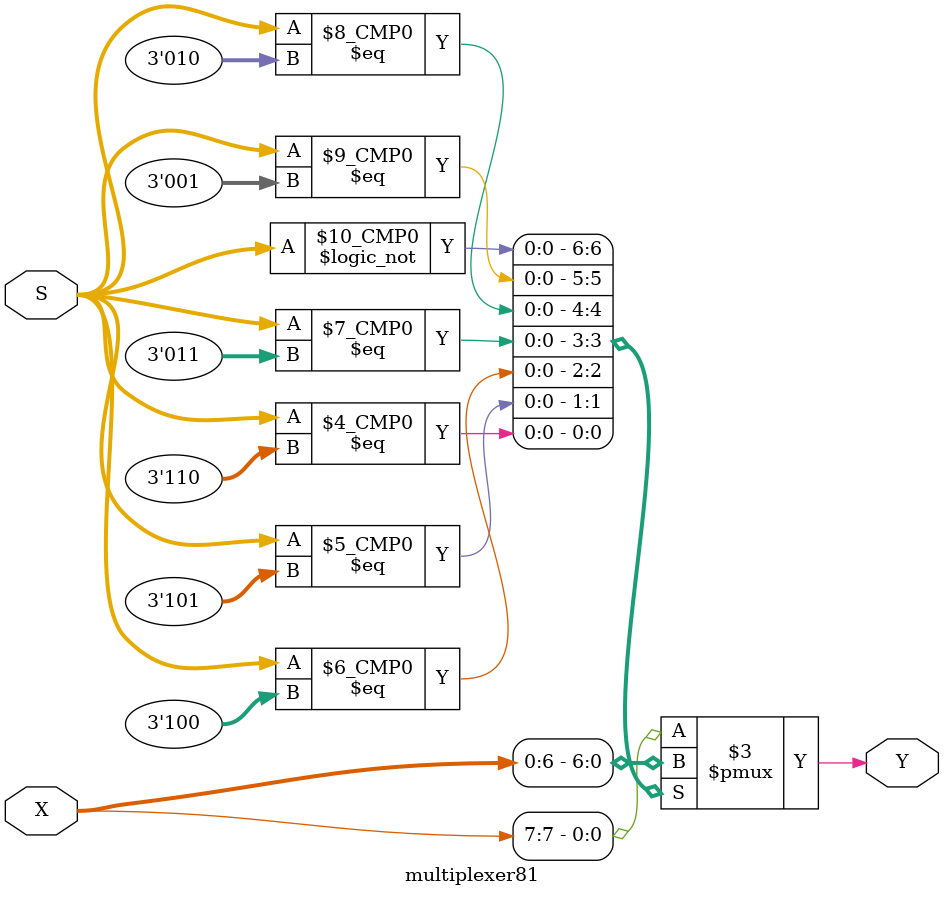
<source format=v>
`timescale 1ns / 1ns
module multiplexer81(
	output reg Y,
	input [0:7] X,
	input [2:0] S
);

always @(*) begin
	case(S)
		3'b000: Y <= X[0];
		3'b001: Y <= X[1];
		3'b010: Y <= X[2];
		3'b011: Y <= X[3];
		3'b100: Y <= X[4];
		3'b101: Y <= X[5];
		3'b110: Y <= X[6];

		default: Y <= X[7];
	endcase
end

endmodule
</source>
